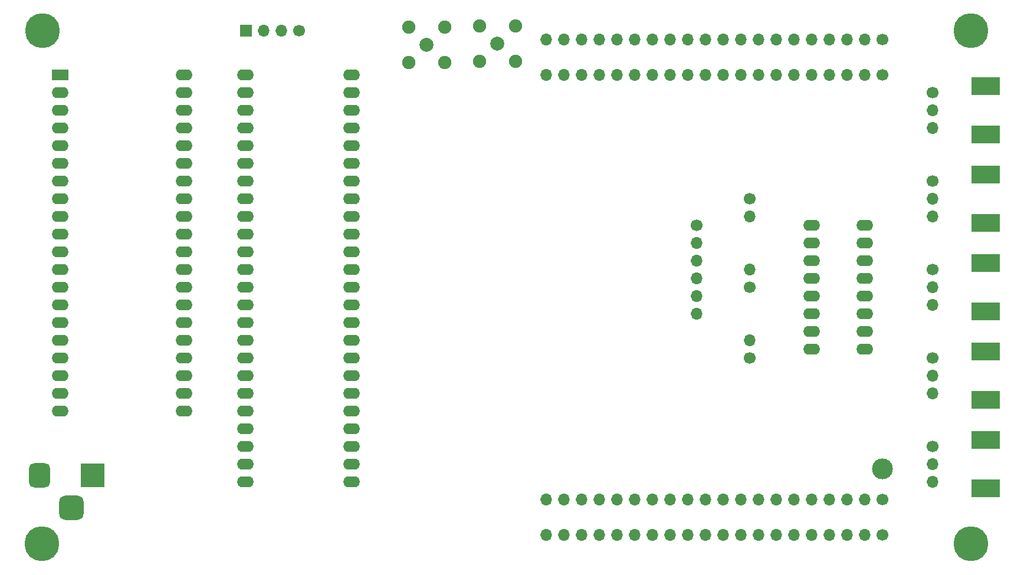
<source format=gbr>
%TF.GenerationSoftware,KiCad,Pcbnew,(6.0.5)*%
%TF.CreationDate,2022-08-06T22:36:06+10:00*%
%TF.ProjectId,glitcher,676c6974-6368-4657-922e-6b696361645f,rev?*%
%TF.SameCoordinates,Original*%
%TF.FileFunction,Soldermask,Bot*%
%TF.FilePolarity,Negative*%
%FSLAX46Y46*%
G04 Gerber Fmt 4.6, Leading zero omitted, Abs format (unit mm)*
G04 Created by KiCad (PCBNEW (6.0.5)) date 2022-08-06 22:36:06*
%MOMM*%
%LPD*%
G01*
G04 APERTURE LIST*
G04 Aperture macros list*
%AMRoundRect*
0 Rectangle with rounded corners*
0 $1 Rounding radius*
0 $2 $3 $4 $5 $6 $7 $8 $9 X,Y pos of 4 corners*
0 Add a 4 corners polygon primitive as box body*
4,1,4,$2,$3,$4,$5,$6,$7,$8,$9,$2,$3,0*
0 Add four circle primitives for the rounded corners*
1,1,$1+$1,$2,$3*
1,1,$1+$1,$4,$5*
1,1,$1+$1,$6,$7*
1,1,$1+$1,$8,$9*
0 Add four rect primitives between the rounded corners*
20,1,$1+$1,$2,$3,$4,$5,0*
20,1,$1+$1,$4,$5,$6,$7,0*
20,1,$1+$1,$6,$7,$8,$9,0*
20,1,$1+$1,$8,$9,$2,$3,0*%
G04 Aperture macros list end*
%ADD10C,2.006600*%
%ADD11C,1.905000*%
%ADD12C,1.700000*%
%ADD13O,1.700000X1.700000*%
%ADD14C,5.000000*%
%ADD15R,4.190000X2.665000*%
%ADD16R,1.700000X1.700000*%
%ADD17C,2.999999*%
%ADD18O,2.400000X1.600000*%
%ADD19R,2.400000X1.600000*%
%ADD20R,3.500001X3.500001*%
%ADD21RoundRect,0.750000X-0.749999X-1.000000X0.749999X-1.000000X0.749999X1.000000X-0.749999X1.000000X0*%
%ADD22RoundRect,0.875000X-0.875000X-0.875000X0.875000X-0.875000X0.875000X0.875000X-0.875000X0.875000X0*%
G04 APERTURE END LIST*
D10*
%TO.C,J_HVPULSE1*%
X144780000Y-73660000D03*
D11*
X142227300Y-71107300D03*
X142227300Y-76212700D03*
X147332700Y-76212700D03*
X147332700Y-71107300D03*
%TD*%
D12*
%TO.C,J4*%
X217349870Y-80561946D03*
D13*
X217349880Y-83101946D03*
X217349880Y-85641946D03*
%TD*%
D12*
%TO.C,J_RIGHTEXP_OUTER1*%
X210184880Y-78021946D03*
D13*
X207644880Y-78021946D03*
X205104880Y-78021946D03*
X202564880Y-78021946D03*
X200024880Y-78021946D03*
X197484880Y-78021946D03*
X194944880Y-78021946D03*
X192404880Y-78021946D03*
X189864880Y-78021946D03*
X187324880Y-78021946D03*
X184784880Y-78021946D03*
X182244880Y-78021946D03*
X179704880Y-78021946D03*
X177164880Y-78021946D03*
X174624880Y-78021946D03*
X172084880Y-78021946D03*
X169544880Y-78021946D03*
X167004880Y-78021946D03*
X164464880Y-78021946D03*
X161924880Y-78021946D03*
%TD*%
D14*
%TO.C,REF\u002A\u002A*%
X222884880Y-145331946D03*
%TD*%
D12*
%TO.C,J_LEFTEXP1*%
X210184880Y-144061946D03*
D13*
X207644880Y-144061946D03*
X205104880Y-144061946D03*
X202564880Y-144061946D03*
X200024880Y-144061946D03*
X197484880Y-144061946D03*
X194944880Y-144061946D03*
X192404880Y-144061946D03*
X189864880Y-144061946D03*
X187324880Y-144061946D03*
X184784880Y-144061946D03*
X182244880Y-144061946D03*
X179704880Y-144061946D03*
X177164880Y-144061946D03*
X174624880Y-144061946D03*
X172084880Y-144061946D03*
X169544880Y-144061946D03*
X167004880Y-144061946D03*
X164464880Y-144061946D03*
X161924880Y-144061946D03*
%TD*%
D12*
%TO.C,J_LEFTEXP_OUTER1*%
X210184882Y-138981938D03*
D13*
X207644880Y-138981946D03*
X205104880Y-138981946D03*
X202564880Y-138981946D03*
X200024880Y-138981946D03*
X197484880Y-138981946D03*
X194944880Y-138981946D03*
X192404880Y-138981946D03*
X189864880Y-138981946D03*
X187324880Y-138981946D03*
X184784880Y-138981946D03*
X182244880Y-138981946D03*
X179704880Y-138981946D03*
X177164880Y-138981946D03*
X174624880Y-138981946D03*
X172084880Y-138981946D03*
X169544880Y-138981946D03*
X167004880Y-138981946D03*
X164464880Y-138981946D03*
X161924882Y-138981938D03*
%TD*%
D15*
%TO.C,HS2_OUT1*%
X224969880Y-124694446D03*
X224969880Y-117709446D03*
%TD*%
D12*
%TO.C,J2*%
X183514880Y-99611946D03*
D13*
X183514880Y-102151946D03*
X183514880Y-104691946D03*
X183514880Y-107231946D03*
X183514880Y-109771946D03*
X183514880Y-112311946D03*
%TD*%
D15*
%TO.C,SMA_Y1*%
X224969880Y-99294446D03*
X224969880Y-92309446D03*
%TD*%
%TO.C,TRIG_IN1*%
X224969880Y-137394446D03*
X224969880Y-130409446D03*
%TD*%
D12*
%TO.C,J7*%
X217349870Y-105961946D03*
D13*
X217349880Y-108501946D03*
X217349880Y-111041946D03*
%TD*%
D12*
%TO.C,J_EXT_UART1*%
X126429167Y-71671948D03*
D13*
X123889166Y-71671946D03*
X121349166Y-71671946D03*
D16*
X118809167Y-71671948D03*
%TD*%
D12*
%TO.C,J_RIGHTEXP1*%
X210184880Y-72941946D03*
D13*
X207644880Y-72941946D03*
X205104880Y-72941946D03*
X202564880Y-72941946D03*
X200024880Y-72941946D03*
X197484880Y-72941946D03*
X194944880Y-72941946D03*
X192404880Y-72941946D03*
X189864880Y-72941946D03*
X187324880Y-72941946D03*
X184784880Y-72941946D03*
X182244880Y-72941946D03*
X179704880Y-72941946D03*
X177164880Y-72941946D03*
X174624880Y-72941946D03*
X172084880Y-72941946D03*
X169544880Y-72941946D03*
X167004880Y-72941946D03*
X164464880Y-72941946D03*
X161924880Y-72941946D03*
%TD*%
D14*
%TO.C,REF\u002A\u002A*%
X222884880Y-71671946D03*
%TD*%
D12*
%TO.C,J5*%
X217349870Y-93261946D03*
D13*
X217349880Y-95801946D03*
X217349880Y-98341946D03*
%TD*%
D12*
%TO.C,J6*%
X217349870Y-131361946D03*
D13*
X217349880Y-133901946D03*
X217349880Y-136441946D03*
%TD*%
D14*
%TO.C,REF\u002A\u002A*%
X89599166Y-71671946D03*
%TD*%
D17*
%TO.C,REF\u002A\u002A*%
X210184880Y-134536946D03*
%TD*%
D12*
%TO.C,PINS_Z_INPUT1*%
X191134880Y-118661946D03*
D13*
X191134880Y-116121946D03*
%TD*%
D18*
%TO.C,U2*%
X133984884Y-136441938D03*
X133984880Y-133901946D03*
X133984880Y-131361946D03*
X133984880Y-128821946D03*
X133984880Y-126281946D03*
X133984880Y-123741946D03*
X133984880Y-121201946D03*
X133984880Y-118661946D03*
X133984880Y-116121946D03*
X133984880Y-113581946D03*
X133984880Y-111041946D03*
X133984880Y-108501946D03*
X133984880Y-105961946D03*
X133984880Y-103421946D03*
X133984880Y-100881946D03*
X133984880Y-98341946D03*
X133984880Y-95801946D03*
X133984880Y-93261946D03*
X133984880Y-90721946D03*
X133984880Y-88181946D03*
X133984880Y-85641946D03*
X133984880Y-83101946D03*
X133984880Y-80561946D03*
X133984880Y-78021946D03*
X118744880Y-78021946D03*
X118744880Y-80561946D03*
X118744880Y-83101946D03*
X118744880Y-85641946D03*
X118744880Y-88181946D03*
X118744880Y-90721946D03*
X118744880Y-93261946D03*
X118744880Y-95801946D03*
X118744880Y-98341946D03*
X118744880Y-100881946D03*
X118744880Y-103421946D03*
X118744880Y-105961946D03*
X118744880Y-108501946D03*
X118744880Y-111041946D03*
X118744880Y-113581946D03*
X118744880Y-116121946D03*
X118744880Y-118661946D03*
X118744880Y-121201946D03*
X118744880Y-123741946D03*
X118744880Y-126281946D03*
X118744880Y-128821946D03*
X118744880Y-131361946D03*
X118744880Y-133901946D03*
X118744880Y-136441946D03*
%TD*%
D10*
%TO.C,J_TRIG2*%
X154940000Y-73538000D03*
D11*
X152387300Y-70985300D03*
X152387300Y-76090704D03*
X157492700Y-76090704D03*
X157492700Y-70985304D03*
%TD*%
D18*
%TO.C,U3*%
X200034888Y-99601938D03*
X200034880Y-102141946D03*
X200034880Y-104681946D03*
X200034880Y-107221946D03*
X200034880Y-109761946D03*
X200034880Y-112301946D03*
X200034880Y-114841946D03*
X200034880Y-117381946D03*
X207654880Y-117381946D03*
X207654880Y-114841946D03*
X207654880Y-112301946D03*
X207654880Y-109761946D03*
X207654880Y-107221946D03*
X207654880Y-104681946D03*
X207654880Y-102141946D03*
X207654880Y-99601946D03*
%TD*%
D19*
%TO.C,U1*%
X92134166Y-78026946D03*
D18*
X92134166Y-80566946D03*
X92134166Y-83106946D03*
X92134166Y-85646946D03*
X92134166Y-88186946D03*
X92134166Y-90726946D03*
X92134166Y-93266946D03*
X92134166Y-95806946D03*
X92134166Y-98346946D03*
X92134166Y-100886946D03*
X92134166Y-103426946D03*
X92134166Y-105966946D03*
X92134166Y-108506946D03*
X92134166Y-111046946D03*
X92134166Y-113586946D03*
X92134166Y-116126946D03*
X92134166Y-118666946D03*
X92134166Y-121206946D03*
X92134166Y-123746946D03*
X92134166Y-126286946D03*
X109914166Y-126286946D03*
X109914166Y-123746946D03*
X109914166Y-121206946D03*
X109914166Y-118666946D03*
X109914166Y-116126946D03*
X109914166Y-113586946D03*
X109914166Y-111046946D03*
X109914166Y-108506946D03*
X109914166Y-105966946D03*
X109914166Y-103426946D03*
X109914166Y-100886946D03*
X109914166Y-98346946D03*
X109914166Y-95806946D03*
X109914166Y-93266946D03*
X109914166Y-90726946D03*
X109914166Y-88186946D03*
X109914166Y-85646946D03*
X109914166Y-83106946D03*
X109914166Y-80566946D03*
X109914166Y-78026946D03*
%TD*%
D20*
%TO.C,J1*%
X96804890Y-135484438D03*
D21*
X89184890Y-135484438D03*
D22*
X93804892Y-140184442D03*
%TD*%
D14*
%TO.C,REF\u002A\u002A*%
X89534879Y-145331946D03*
%TD*%
D12*
%TO.C,J3*%
X217349870Y-118661946D03*
D13*
X217349880Y-121201946D03*
X217349880Y-123741946D03*
%TD*%
D12*
%TO.C,PINS_Y_INPUT1*%
X191134880Y-108501946D03*
D13*
X191134880Y-105961946D03*
%TD*%
D15*
%TO.C,SMA_Z1*%
X224969880Y-105009446D03*
X224969880Y-111994446D03*
%TD*%
%TO.C,SMA_X1*%
X224969880Y-86594446D03*
X224969880Y-79609446D03*
%TD*%
D12*
%TO.C,PINS_X_INPUT1*%
X191134880Y-95801946D03*
D13*
X191134880Y-98341946D03*
%TD*%
M02*

</source>
